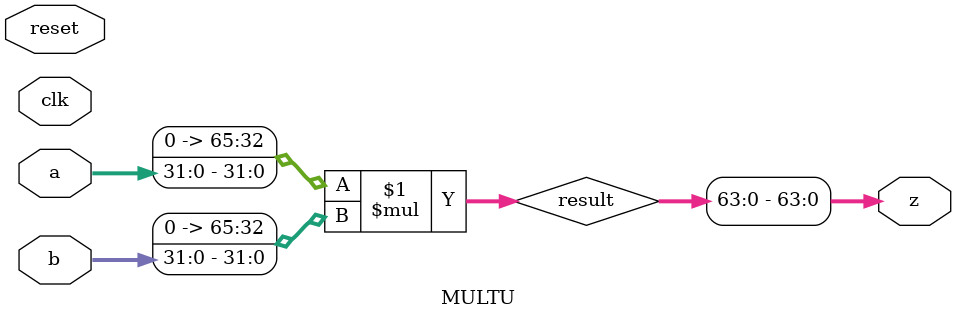
<source format=v>
`timescale 1ns / 1ps

module MULTU(
 input clk, // ³Ë·¨Æ÷Ê±ÖÓÐÅºÅ
 input reset, 
 input [31:0] a, // ÊäÈë a(±»³ËÊý)
 input [31:0] b, // ÊäÈë b(³ËÊý)
 output [63:0] z // ³Ë»ýÊä³ö z
) ;
    wire [65:0] result;
    assign result={1'b0,a}*{1'b0,b};
    assign z=result[63:0];
/********
reg [31:0]high_a;
reg [31:0]low_a;
reg [31:0]reg_a;
reg [31:0]reg_b;
integer i;
always@(posedge clk or negedge reset)
begin
    if(!reset)begin
        z=0;
        reg_a=0;
        reg_b=0;
    end
    else begin
        reg_a=a;
        reg_b=b;
        high_a=0;
        low_a=0;
        for(i=0;i<=31;i=i+1)
        begin
            if(reg_b[0]==1)begin
                high_a=high_a+reg_a;
            end
            low_a={high_a[0],low_a[31:1]};
            high_a={1'b0,high_a[31:1]};
            reg_b={1'b0,reg_b[31:1]};
        end
        z={high_a,low_a};
    end
end
******/
endmodule

</source>
